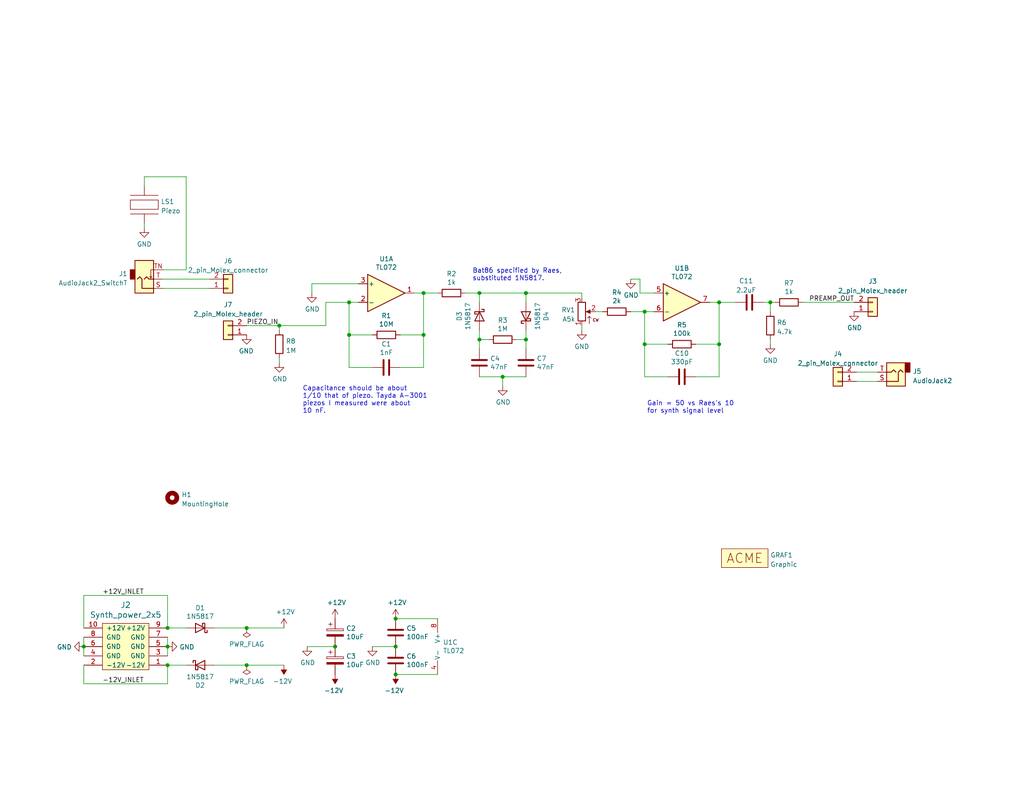
<source format=kicad_sch>
(kicad_sch (version 20211123) (generator eeschema)
  (paper "USLetter")
  (title_block (title "Mikrokosmos II") (date "2020-10-21") (company "Rich Holmes / Analog Output") (comment 1 "Based on piezo preamp by Godfried-Willem Raes"))
  (lib_symbols
    (symbol "Amplifier_Operational:TL072" (pin_names (offset 0.127))
      (property "Reference" "U" (at 0 5.08 0))
      (property "Value" "TL072" (at 0 -5.08 0))
      (symbol "TL072_1_1"
        (polyline (pts (xy -5.08 5.08) (xy 5.08 0) (xy -5.08 -5.08) (xy -5.08 5.08)) (stroke (width 0.254)) (fill (type background)))
        (pin output line (at 7.62 0 180) (length 2.54) (name "~") (number "1"))
        (pin input line (at -7.62 -2.54 0) (length 2.54) (name "-") (number "2"))
        (pin input line (at -7.62 2.54 0) (length 2.54) (name "+") (number "3"))
      )
      (symbol "TL072_2_1"
        (polyline (pts (xy -5.08 5.08) (xy 5.08 0) (xy -5.08 -5.08) (xy -5.08 5.08)) (stroke (width 0.254)) (fill (type background)))
        (pin input line (at -7.62 2.54 0) (length 2.54) (name "+") (number "5"))
        (pin input line (at -7.62 -2.54 0) (length 2.54) (name "-") (number "6"))
        (pin output line (at 7.62 0 180) (length 2.54) (name "~") (number "7"))
      )
      (symbol "TL072_3_1"
        (pin power_in line (at -2.54 -7.62 90) (length 3.81) (name "V-") (number "4"))
        (pin power_in line (at -2.54 7.62 270) (length 3.81) (name "V+") (number "8"))
      )
    )
    (symbol "Device:C" (pin_numbers hide) (pin_names (offset 0.254))
      (property "Reference" "C" (at 0.635 2.54 0))
      (property "Value" "C" (at 0.635 -2.54 0))
      (symbol "C_0_1"
        (polyline (pts (xy -2.032 -0.762) (xy 2.032 -0.762)) (stroke (width 0.508)))
        (polyline (pts (xy -2.032 0.762) (xy 2.032 0.762)) (stroke (width 0.508)))
      )
      (symbol "C_1_1"
        (pin passive line (at 0 3.81 270) (length 2.794) (name "~") (number "1"))
        (pin passive line (at 0 -3.81 90) (length 2.794) (name "~") (number "2"))
      )
    )
    (symbol "Device:D_Schottky" (pin_numbers hide) (pin_names (offset 1.016) hide)
      (property "Reference" "D" (at 0 2.54 0))
      (property "Value" "D_Schottky" (at 0 -2.54 0))
      (symbol "D_Schottky_0_1"
        (polyline (pts (xy 1.27 0) (xy -1.27 0)))
        (polyline (pts (xy 1.27 1.27) (xy 1.27 -1.27) (xy -1.27 0) (xy 1.27 1.27)) (stroke (width 0.254)))
        (polyline (pts (xy -1.905 0.635) (xy -1.905 1.27) (xy -1.27 1.27) (xy -1.27 -1.27) (xy -0.635 -1.27) (xy -0.635 -0.635)) (stroke (width 0.254)))
      )
      (symbol "D_Schottky_1_1"
        (pin passive line (at -3.81 0 0) (length 2.54) (name "K") (number "1"))
        (pin passive line (at 3.81 0 180) (length 2.54) (name "A") (number "2"))
      )
    )
    (symbol "Device:R" (pin_numbers hide) (pin_names (offset 0))
      (property "Reference" "R" (at 2.032 0 90))
      (property "Value" "R" (at 0 0 90))
      (symbol "R_0_1"
        (rectangle (start -1.016 -2.54) (end 1.016 2.54) (stroke (width 0.254)))
      )
      (symbol "R_1_1"
        (pin passive line (at 0 3.81 270) (length 1.27) (name "~") (number "1"))
        (pin passive line (at 0 -3.81 90) (length 1.27) (name "~") (number "2"))
      )
    )
    (symbol "ao_symbols:2_pin_Molex_connector" (pin_names (offset 1.016) hide) (on_board no)
      (property "Reference" "J" (at 0 2.54 0))
      (property "Value" "2_pin_Molex_connector" (at 0 -5.08 0))
      (symbol "2_pin_Molex_connector_1_1"
        (rectangle (start -1.27 -2.413) (end 0 -2.667) (stroke (width 0.1524)))
        (rectangle (start -1.27 0.127) (end 0 -0.127) (stroke (width 0.1524)))
        (rectangle (start -1.27 1.27) (end 1.27 -3.81) (stroke (width 0.254)) (fill (type background)))
        (pin passive line (at -5.08 0 0) (length 3.81) (name "Pin_1") (number "1"))
        (pin passive line (at -5.08 -2.54 0) (length 3.81) (name "Pin_2") (number "2"))
      )
    )
    (symbol "ao_symbols:2_pin_Molex_header" (pin_names (offset 1.016) hide)
      (property "Reference" "J" (at 0 2.54 0))
      (property "Value" "2_pin_Molex_header" (at 0 -5.08 0))
      (symbol "2_pin_Molex_header_1_1"
        (rectangle (start -1.27 -2.413) (end 0 -2.667) (stroke (width 0.1524)))
        (rectangle (start -1.27 0.127) (end 0 -0.127) (stroke (width 0.1524)))
        (rectangle (start -1.27 1.27) (end 1.27 -3.81) (stroke (width 0.254)) (fill (type background)))
        (pin passive line (at -5.08 0 0) (length 3.81) (name "Pin_1") (number "1"))
        (pin passive line (at -5.08 -2.54 0) (length 3.81) (name "Pin_2") (number "2"))
      )
    )
    (symbol "ao_symbols:AudioJack2"
      (property "Reference" "J" (at 0 8.89 0))
      (property "Value" "AudioJack2" (at 0 6.35 0))
      (symbol "AudioJack2_0_1"
        (rectangle (start -3.81 0) (end -2.54 -2.54) (stroke (width 0.254)) (fill (type outline)))
        (rectangle (start -2.54 3.81) (end 2.54 -2.54) (stroke (width 0.254)) (fill (type background)))
        (polyline (pts (xy 0 0) (xy 0.635 -0.635) (xy 1.27 0) (xy 2.54 0)) (stroke (width 0.254)))
        (polyline (pts (xy 2.54 2.54) (xy -0.635 2.54) (xy -0.635 0) (xy -1.27 -0.635) (xy -1.905 0)) (stroke (width 0.254)))
      )
      (symbol "AudioJack2_1_1"
        (pin passive line (at 5.08 2.54 180) (length 2.54) (name "~") (number "S"))
        (pin passive line (at 5.08 0 180) (length 2.54) (name "~") (number "T"))
      )
    )
    (symbol "ao_symbols:AudioJack2_SwitchT"
      (property "Reference" "J" (at 0 8.89 0))
      (property "Value" "AudioJack2_SwitchT" (at 0 6.35 0))
      (symbol "AudioJack2_SwitchT_0_1"
        (rectangle (start -2.54 0) (end -3.81 -2.54) (stroke (width 0.254)) (fill (type outline)))
        (polyline (pts (xy 1.778 -0.254) (xy 2.032 -0.762)))
        (polyline (pts (xy 0 0) (xy 0.635 -0.635) (xy 1.27 0) (xy 2.54 0)) (stroke (width 0.254)))
        (polyline (pts (xy 2.54 -2.54) (xy 1.778 -2.54) (xy 1.778 -0.254) (xy 1.524 -0.762)))
        (polyline (pts (xy 2.54 2.54) (xy -0.635 2.54) (xy -0.635 0) (xy -1.27 -0.635) (xy -1.905 0)) (stroke (width 0.254)))
        (rectangle (start 2.54 3.81) (end -2.54 -5.08) (stroke (width 0.254)) (fill (type background)))
      )
      (symbol "AudioJack2_SwitchT_1_1"
        (pin passive line (at 5.08 2.54 180) (length 2.54) (name "~") (number "S"))
        (pin passive line (at 5.08 0 180) (length 2.54) (name "~") (number "T"))
        (pin passive line (at 5.08 -2.54 180) (length 2.54) (name "~") (number "TN"))
      )
    )
    (symbol "ao_symbols:C" (pin_numbers hide) (pin_names (offset 0.254))
      (property "Reference" "C" (at 0.635 2.54 0))
      (property "Value" "C" (at 0.635 -2.54 0))
      (symbol "C_0_1"
        (polyline (pts (xy -2.032 -0.762) (xy 2.032 -0.762)) (stroke (width 0.508)))
        (polyline (pts (xy -2.032 0.762) (xy 2.032 0.762)) (stroke (width 0.508)))
      )
      (symbol "C_1_1"
        (pin passive line (at 0 3.81 270) (length 2.794) (name "~") (number "1"))
        (pin passive line (at 0 -3.81 90) (length 2.794) (name "~") (number "2"))
      )
    )
    (symbol "ao_symbols:CP" (pin_numbers hide) (pin_names (offset 0.254))
      (property "Reference" "C" (at 0.635 2.54 0))
      (property "Value" "CP" (at 0.635 -2.54 0))
      (symbol "CP_0_1"
        (rectangle (start -2.286 0.508) (end 2.286 1.016))
        (polyline (pts (xy -1.778 2.286) (xy -0.762 2.286)))
        (polyline (pts (xy -1.27 2.794) (xy -1.27 1.778)))
        (rectangle (start 2.286 -0.508) (end -2.286 -1.016) (fill (type outline)))
      )
      (symbol "CP_1_1"
        (pin passive line (at 0 3.81 270) (length 2.794) (name "~") (number "1"))
        (pin passive line (at 0 -3.81 90) (length 2.794) (name "~") (number "2"))
      )
    )
    (symbol "ao_symbols:Graphic" (pin_names (offset 1.016)) (in_bom no)
      (property "Reference" "GRAF" (at 0 -3.81 0))
      (property "Value" "Graphic" (at 0 3.81 0))
      (symbol "Graphic_0_0"
        (rectangle (start -6.35 2.54) (end 6.35 -2.54) (fill (type background)))
        (text "ACME" (at 0 0 0) (effects (font (size 2.54 2.54))))
      )
    )
    (symbol "ao_symbols:MountingHole" (pin_names (offset 1.016)) (in_bom no)
      (property "Reference" "H" (at 0 5.08 0))
      (property "Value" "MountingHole" (at 0 3.175 0))
      (symbol "MountingHole_0_1"
        (circle (center 0 0) (radius 1.27) (stroke (width 1.27)))
      )
    )
    (symbol "ao_symbols:R" (pin_numbers hide) (pin_names (offset 0))
      (property "Reference" "R" (at 2.032 0 90))
      (property "Value" "R" (at 0 0 90))
      (symbol "R_0_1"
        (rectangle (start -1.016 -2.54) (end 1.016 2.54) (stroke (width 0.254)))
      )
      (symbol "R_1_1"
        (pin passive line (at 0 3.81 270) (length 1.27) (name "~") (number "1"))
        (pin passive line (at 0 -3.81 90) (length 1.27) (name "~") (number "2"))
      )
    )
    (symbol "ao_symbols:R_POT" (pin_names (offset 1.016) hide)
      (property "Reference" "RV" (at -4.445 0 90))
      (property "Value" "R_POT" (at -2.54 0 90))
      (symbol "R_POT_0_0"
        (text "CW" (at 3.81 -2.286 0) (effects (font (size 0.762 0.762))))
      )
      (symbol "R_POT_0_1"
        (rectangle (start -1.016 2.54) (end 1.016 -2.54) (stroke (width 0.254)))
        (polyline (pts (xy 2.032 -3.302) (xy 2.032 -1.27)) (stroke (width 0.1524)))
        (polyline (pts (xy 2.54 0) (xy 1.524 0)))
        (polyline (pts (xy 2.54 -1.778) (xy 2.032 -1.27) (xy 1.524 -1.778)) (stroke (width 0.1524)))
        (polyline (pts (xy 1.143 0) (xy 2.286 -0.508) (xy 2.286 0.508) (xy 1.143 0)) (fill (type outline)))
      )
      (symbol "R_POT_1_1"
        (pin passive line (at 0 -3.81 90) (length 1.27) (name "1") (number "1"))
        (pin passive line (at 3.81 0 180) (length 1.27) (name "2") (number "2"))
        (pin passive line (at 0 3.81 270) (length 1.27) (name "3") (number "3"))
      )
    )
    (symbol "ao_symbols:Synth_power_2x5" (pin_names (offset 1.016))
      (property "Reference" "J" (at 0 -7.62 0))
      (property "Value" "Synth_power_2x5" (at 0 7.62 0))
      (symbol "Synth_power_2x5_0_1"
        (rectangle (start -6.35 6.35) (end 6.35 -6.35) (fill (type background)))
      )
      (symbol "Synth_power_2x5_1_1"
        (pin power_out line (at 11.43 -5.08 180) (length 5.08) (name "-12V") (number "1"))
        (pin passive line (at -11.43 5.08 0) (length 5.08) (name "+12V") (number "10"))
        (pin passive line (at -11.43 -5.08 0) (length 5.08) (name "-12V") (number "2"))
        (pin power_out line (at 11.43 -2.54 180) (length 5.08) (name "GND") (number "3"))
        (pin passive line (at -11.43 -2.54 0) (length 5.08) (name "GND") (number "4"))
        (pin passive line (at 11.43 0 180) (length 5.08) (name "GND") (number "5"))
        (pin passive line (at -11.43 0 0) (length 5.08) (name "GND") (number "6"))
        (pin passive line (at 11.43 2.54 180) (length 5.08) (name "GND") (number "7"))
        (pin passive line (at -11.43 2.54 0) (length 5.08) (name "GND") (number "8"))
        (pin power_out line (at 11.43 5.08 180) (length 5.08) (name "+12V") (number "9"))
      )
    )
    (symbol "mikrokosmos-ii:Piezo" (pin_numbers hide) (pin_names hide)
      (property "Reference" "LS" (at 7.62 1.27 0))
      (property "Value" "Piezo" (at 7.62 -1.27 0))
      (symbol "Piezo_0_1"
        (rectangle (start -3.81 1.27) (end 3.81 -1.27) (stroke (width 0.1524)))
        (polyline (pts (xy -3.81 -2.54) (xy 3.81 -2.54)) (stroke (width 0.1524)))
        (polyline (pts (xy -3.81 2.54) (xy 3.81 2.54)) (stroke (width 0.1524)))
      )
      (symbol "Piezo_1_1"
        (pin bidirectional line (at 0 5.08 270) (length 2.54) (name "") (number "1"))
        (pin power_in line (at 0 -5.08 90) (length 2.54) (name "") (number "2"))
      )
    )
    (symbol "power:+12V" (power) (pin_names (offset 0))
      (property "Value" "+12V" (at 0 3.556 0))
      (symbol "+12V_0_1"
        (polyline (pts (xy -0.762 1.27) (xy 0 2.54)))
        (polyline (pts (xy 0 0) (xy 0 2.54)))
        (polyline (pts (xy 0 2.54) (xy 0.762 1.27)))
      )
      (symbol "+12V_1_1"
        (pin power_in line (at 0 0 90) (length 0) hide (name "+12V") (number "1"))
      )
    )
    (symbol "power:-12V" (power) (pin_names (offset 0))
      (property "Value" "-12V" (at 0 3.81 0))
      (symbol "-12V_0_0"
        (pin power_in line (at 0 0 90) (length 0) hide (name "-12V") (number "1"))
      )
      (symbol "-12V_0_1"
        (polyline (pts (xy 0 0) (xy 0 1.27) (xy 0.762 1.27) (xy 0 2.54) (xy -0.762 1.27) (xy 0 1.27)) (fill (type outline)))
      )
    )
    (symbol "power:GND" (power) (pin_names (offset 0))
      (property "Value" "GND" (at 0 -3.81 0))
      (symbol "GND_0_1"
        (polyline (pts (xy 0 0) (xy 0 -1.27) (xy 1.27 -1.27) (xy 0 -2.54) (xy -1.27 -1.27) (xy 0 -1.27)))
      )
      (symbol "GND_1_1"
        (pin power_in line (at 0 0 270) (length 0) hide (name "GND") (number "1"))
      )
    )
    (symbol "power:PWR_FLAG" (power) (pin_numbers hide) (pin_names (offset 0) hide)
      (property "Value" "PWR_FLAG" (at 0 3.81 0))
      (symbol "PWR_FLAG_0_0"
        (pin power_out line (at 0 0 90) (length 0) (name "pwr") (number "1"))
      )
      (symbol "PWR_FLAG_0_1"
        (polyline (pts (xy 0 0) (xy 0 1.27) (xy -1.016 1.905) (xy 0 2.54) (xy 1.016 1.905) (xy 0 1.27)))
      )
    )
  )
  (junction (at 115.57 80.01))
  (junction (at 210.185 82.55))
  (junction (at 196.215 93.98))
  (junction (at 22.86 176.53))
  (junction (at 143.51 92.71))
  (junction (at 137.16 102.87))
  (junction (at 67.31 171.45))
  (junction (at 175.895 85.09))
  (junction (at 91.44 176.53))
  (junction (at 107.95 168.91))
  (junction (at 95.25 91.44))
  (junction (at 76.2 88.9))
  (junction (at 45.72 176.53))
  (junction (at 67.31 181.61))
  (junction (at 130.81 80.01))
  (junction (at 45.72 171.45))
  (junction (at 107.95 184.15))
  (junction (at 115.57 91.44))
  (junction (at 175.895 93.98))
  (junction (at 196.215 82.55))
  (junction (at 95.25 82.55))
  (junction (at 45.72 181.61))
  (junction (at 107.95 176.53))
  (junction (at 143.51 80.01))
  (junction (at 130.81 92.71))
  (wire (pts (xy 39.37 50.8) (xy 39.37 48.26)))
  (wire (pts (xy 233.68 101.6) (xy 239.395 101.6)))
  (wire (pts (xy 130.81 80.01) (xy 130.81 82.55)))
  (wire (pts (xy 22.86 176.53) (xy 22.86 179.07)))
  (wire (pts (xy 174.625 80.01) (xy 174.625 76.2)))
  (wire (pts (xy 22.86 173.99) (xy 22.86 176.53)))
  (wire (pts (xy 127 80.01) (xy 130.81 80.01)))
  (wire (pts (xy 88.9 82.55) (xy 95.25 82.55)))
  (wire (pts (xy 115.57 80.01) (xy 119.38 80.01)))
  (wire (pts (xy 45.72 162.56) (xy 45.72 171.45)))
  (wire (pts (xy 39.37 60.96) (xy 39.37 62.23)))
  (wire (pts (xy 67.31 171.45) (xy 77.47 171.45)))
  (wire (pts (xy 113.03 80.01) (xy 115.57 80.01)))
  (wire (pts (xy 85.09 77.47) (xy 97.79 77.47)))
  (wire (pts (xy 196.215 93.98) (xy 196.215 102.87)))
  (wire (pts (xy 115.57 91.44) (xy 115.57 100.33)))
  (wire (pts (xy 22.86 181.61) (xy 22.86 186.69)))
  (wire (pts (xy 175.895 85.09) (xy 175.895 93.98)))
  (wire (pts (xy 95.25 100.33) (xy 101.6 100.33)))
  (wire (pts (xy 95.25 82.55) (xy 97.79 82.55)))
  (wire (pts (xy 130.81 92.71) (xy 130.81 95.25)))
  (wire (pts (xy 143.51 90.17) (xy 143.51 92.71)))
  (wire (pts (xy 45.72 176.53) (xy 45.72 179.07)))
  (wire (pts (xy 158.75 88.9) (xy 158.75 90.17)))
  (wire (pts (xy 143.51 80.01) (xy 158.75 80.01)))
  (wire (pts (xy 208.28 82.55) (xy 210.185 82.55)))
  (wire (pts (xy 119.38 168.91) (xy 107.95 168.91)))
  (wire (pts (xy 210.185 93.98) (xy 210.185 92.71)))
  (wire (pts (xy 175.895 93.98) (xy 175.895 102.87)))
  (wire (pts (xy 172.085 85.09) (xy 175.895 85.09)))
  (wire (pts (xy 189.865 102.87) (xy 196.215 102.87)))
  (wire (pts (xy 162.56 85.09) (xy 164.465 85.09)))
  (wire (pts (xy 130.81 102.87) (xy 137.16 102.87)))
  (wire (pts (xy 76.2 88.9) (xy 76.2 90.17)))
  (wire (pts (xy 115.57 91.44) (xy 109.22 91.44)))
  (wire (pts (xy 158.75 80.01) (xy 158.75 81.28)))
  (wire (pts (xy 45.72 171.45) (xy 50.8 171.45)))
  (wire (pts (xy 50.8 48.26) (xy 50.8 73.66)))
  (wire (pts (xy 130.81 92.71) (xy 133.35 92.71)))
  (wire (pts (xy 115.57 80.01) (xy 115.57 91.44)))
  (wire (pts (xy 85.09 80.01) (xy 85.09 77.47)))
  (wire (pts (xy 193.675 82.55) (xy 196.215 82.55)))
  (wire (pts (xy 196.215 82.55) (xy 196.215 93.98)))
  (wire (pts (xy 76.2 88.9) (xy 88.9 88.9)))
  (wire (pts (xy 140.97 92.71) (xy 143.51 92.71)))
  (wire (pts (xy 95.25 91.44) (xy 101.6 91.44)))
  (wire (pts (xy 130.81 80.01) (xy 143.51 80.01)))
  (wire (pts (xy 101.6 176.53) (xy 107.95 176.53)))
  (wire (pts (xy 44.45 76.2) (xy 57.15 76.2)))
  (wire (pts (xy 130.81 90.17) (xy 130.81 92.71)))
  (wire (pts (xy 196.215 93.98) (xy 189.865 93.98)))
  (wire (pts (xy 175.895 102.87) (xy 182.245 102.87)))
  (wire (pts (xy 174.625 80.01) (xy 178.435 80.01)))
  (wire (pts (xy 175.895 85.09) (xy 178.435 85.09)))
  (wire (pts (xy 109.22 100.33) (xy 115.57 100.33)))
  (wire (pts (xy 219.075 82.55) (xy 233.045 82.55)))
  (wire (pts (xy 67.31 181.61) (xy 77.47 181.61)))
  (wire (pts (xy 45.72 186.69) (xy 45.72 181.61)))
  (wire (pts (xy 143.51 92.71) (xy 143.51 95.25)))
  (wire (pts (xy 95.25 91.44) (xy 95.25 82.55)))
  (wire (pts (xy 44.45 73.66) (xy 50.8 73.66)))
  (wire (pts (xy 39.37 48.26) (xy 50.8 48.26)))
  (wire (pts (xy 22.86 186.69) (xy 45.72 186.69)))
  (wire (pts (xy 22.86 171.45) (xy 22.86 162.56)))
  (wire (pts (xy 22.86 162.56) (xy 45.72 162.56)))
  (wire (pts (xy 143.51 80.01) (xy 143.51 82.55)))
  (wire (pts (xy 58.42 171.45) (xy 67.31 171.45)))
  (wire (pts (xy 137.16 102.87) (xy 137.16 105.41)))
  (wire (pts (xy 210.185 85.09) (xy 210.185 82.55)))
  (wire (pts (xy 83.82 176.53) (xy 91.44 176.53)))
  (wire (pts (xy 67.31 88.9) (xy 76.2 88.9)))
  (wire (pts (xy 233.68 104.14) (xy 239.395 104.14)))
  (wire (pts (xy 76.2 97.79) (xy 76.2 99.06)))
  (wire (pts (xy 58.42 181.61) (xy 67.31 181.61)))
  (wire (pts (xy 119.38 184.15) (xy 107.95 184.15)))
  (wire (pts (xy 174.625 76.2) (xy 172.085 76.2)))
  (wire (pts (xy 210.185 82.55) (xy 211.455 82.55)))
  (wire (pts (xy 137.16 102.87) (xy 143.51 102.87)))
  (wire (pts (xy 88.9 82.55) (xy 88.9 88.9)))
  (wire (pts (xy 95.25 91.44) (xy 95.25 100.33)))
  (wire (pts (xy 182.245 93.98) (xy 175.895 93.98)))
  (wire (pts (xy 44.45 78.74) (xy 57.15 78.74)))
  (wire (pts (xy 45.72 173.99) (xy 45.72 176.53)))
  (wire (pts (xy 45.72 181.61) (xy 50.8 181.61)))
  (wire (pts (xy 196.215 82.55) (xy 200.66 82.55)))
  (text "Bat86 specified by Raes,\nsubstituted 1N5817." (at 128.905 76.835 0) (effects (font (size 1.27 1.27)) (justify left bottom)))
  (text "Gain = 50 vs Raes's 10\nfor synth signal level" (at 176.53 113.03 0) (effects (font (size 1.27 1.27)) (justify left bottom)))
  (text "Capacitance should be about\n1/10 that of piezo. Tayda A-3001\npiezos I measured were about\n10 nF." (at 82.55 113.03 0) (effects (font (size 1.27 1.27)) (justify left bottom)))
  (label "-12V_INLET" (at 27.94 186.69 0))
  (label "PREAMP_OUT" (at 233.045 82.55 180))
  (label "+12V_INLET" (at 27.94 162.56 0))
  (label "PIEZO_IN" (at 67.31 88.9 0))
  (symbol (lib_id "ao_symbols:Synth_power_2x5") (at 34.29 176.53 0) (unit 1)
    (property "Reference" "J2" (at 34.29 165.1762 0) (effects (font (size 1.524 1.524))))
    (property "Value" "Synth_power_2x5" (at 34.29 167.8686 0) (effects (font (size 1.524 1.524))))
    (property "Footprint" "ao_tht:Power_Header" (effects hide))
  )
  (symbol (lib_id "Device:D_Schottky") (at 54.61 171.45 180) (unit 1)
    (property "Reference" "D1" (at 54.61 165.9636 0))
    (property "Value" "1N5817" (at 54.61 168.275 0))
    (property "Footprint" "ao_tht:D_DO-41_SOD81_P10.16mm_Horizontal" (effects hide))
  )
  (symbol (lib_id "ao_symbols:CP") (at 91.44 172.72 0) (unit 1)
    (property "Reference" "C2" (at 94.4372 171.5516 0) (effects (justify left)))
    (property "Value" "10uF" (at 94.4372 173.863 0) (effects (justify left)))
    (property "Footprint" "ao_tht:CP_Radial_D6.3mm_P2.50mm" (effects hide))
    (property "Vendor" "Tayda" (effects hide))
  )
  (symbol (lib_id "ao_symbols:CP") (at 91.44 180.34 0) (unit 1)
    (property "Reference" "C3" (at 94.4372 179.1716 0) (effects (justify left)))
    (property "Value" "10uF" (at 94.4372 181.483 0) (effects (justify left)))
    (property "Footprint" "ao_tht:CP_Radial_D6.3mm_P2.50mm" (effects hide))
    (property "Vendor" "Tayda" (effects hide))
  )
  (symbol (lib_id "power:GND") (at 83.82 176.53 0) (unit 1)
    (property "Reference" "#PWR07" (effects hide))
    (property "Value" "GND" (at 83.947 180.9242 0))
  )
  (symbol (lib_id "Device:C") (at 107.95 172.72 0) (unit 1)
    (property "Reference" "C5" (at 110.871 171.5516 0) (effects (justify left)))
    (property "Value" "100nF" (at 110.871 173.863 0) (effects (justify left)))
    (property "Footprint" "Capacitor_THT:C_Disc_D3.0mm_W1.6mm_P2.50mm" (effects hide))
  )
  (symbol (lib_id "Device:C") (at 107.95 180.34 0) (unit 1)
    (property "Reference" "C6" (at 110.871 179.1716 0) (effects (justify left)))
    (property "Value" "100nF" (at 110.871 181.483 0) (effects (justify left)))
    (property "Footprint" "Capacitor_THT:C_Disc_D3.0mm_W1.6mm_P2.50mm" (effects hide))
  )
  (symbol (lib_id "power:GND") (at 101.6 176.53 0) (unit 1)
    (property "Reference" "#PWR010" (effects hide))
    (property "Value" "GND" (at 101.727 180.9242 0))
  )
  (symbol (lib_id "power:GND") (at 22.86 176.53 270) (unit 1)
    (property "Reference" "#PWR01" (effects hide))
    (property "Value" "GND" (at 19.6088 176.657 90) (effects (justify right)))
  )
  (symbol (lib_id "power:GND") (at 45.72 176.53 90) (mirror x) (unit 1)
    (property "Reference" "#PWR03" (effects hide))
    (property "Value" "GND" (at 48.9712 176.657 90) (effects (justify right)))
  )
  (symbol (lib_id "power:+12V") (at 77.47 171.45 0) (unit 1)
    (property "Reference" "#PWR05" (effects hide))
    (property "Value" "+12V" (at 77.851 167.0558 0))
  )
  (symbol (lib_id "power:+12V") (at 91.44 168.91 0) (unit 1)
    (property "Reference" "#PWR08" (effects hide))
    (property "Value" "+12V" (at 91.821 164.5158 0))
  )
  (symbol (lib_id "power:+12V") (at 107.95 168.91 0) (unit 1)
    (property "Reference" "#PWR012" (effects hide))
    (property "Value" "+12V" (at 108.331 164.5158 0))
  )
  (symbol (lib_id "power:-12V") (at 77.47 181.61 180) (unit 1)
    (property "Reference" "#PWR06" (effects hide))
    (property "Value" "-12V" (at 77.089 186.0042 0))
  )
  (symbol (lib_id "power:-12V") (at 91.44 184.15 180) (unit 1)
    (property "Reference" "#PWR09" (effects hide))
    (property "Value" "-12V" (at 91.059 188.5442 0))
  )
  (symbol (lib_id "power:-12V") (at 107.95 184.15 180) (unit 1)
    (property "Reference" "#PWR013" (effects hide))
    (property "Value" "-12V" (at 107.569 188.5442 0))
  )
  (symbol (lib_id "Device:D_Schottky") (at 54.61 181.61 0) (unit 1)
    (property "Reference" "D2" (at 54.61 187.0964 0))
    (property "Value" "1N5817" (at 54.61 184.785 0))
    (property "Footprint" "ao_tht:D_DO-41_SOD81_P10.16mm_Horizontal" (effects hide))
  )
  (symbol (lib_id "Amplifier_Operational:TL072") (at 105.41 80.01 0) (unit 1)
    (property "Reference" "U1" (at 105.41 70.6882 0))
    (property "Value" "TL072" (at 105.41 72.9996 0))
    (property "Footprint" "ao_tht:DIP-8_W7.62mm_Socket_LongPads" (effects hide))
    (property "Datasheet" "http://www.ti.com/lit/ds/symlink/tl071.pdf" (effects hide))
  )
  (symbol (lib_id "power:GND") (at 85.09 80.01 0) (unit 1)
    (property "Reference" "#PWR04" (effects hide))
    (property "Value" "GND" (at 85.217 84.4042 0))
  )
  (symbol (lib_id "Device:R") (at 105.41 91.44 270) (unit 1)
    (property "Reference" "R1" (at 105.41 86.1822 90))
    (property "Value" "10M" (at 105.41 88.4936 90))
    (property "Footprint" "ao_tht:R_Axial_DIN0207_L6.3mm_D2.5mm_P10.16mm_Horizontal" (effects hide))
  )
  (symbol (lib_id "Device:C") (at 105.41 100.33 270) (unit 1)
    (property "Reference" "C1" (at 105.41 93.9292 90))
    (property "Value" "1nF" (at 105.41 96.2406 90))
    (property "Footprint" "ao_tht:C_Rect_L7.2mm_W2.5mm_P5.00mm_FKS2_FKP2_MKS2_MKP2" (effects hide))
  )
  (symbol (lib_id "Device:R") (at 123.19 80.01 270) (unit 1)
    (property "Reference" "R2" (at 123.19 74.7522 90))
    (property "Value" "1k" (at 123.19 77.0636 90))
    (property "Footprint" "ao_tht:R_Axial_DIN0207_L6.3mm_D2.5mm_P10.16mm_Horizontal" (effects hide))
  )
  (symbol (lib_id "Device:D_Schottky") (at 143.51 86.36 90) (unit 1)
    (property "Reference" "D4" (at 148.9964 86.36 0))
    (property "Value" "1N5817" (at 146.685 86.36 0))
    (property "Footprint" "ao_tht:D_DO-41_SOD81_P10.16mm_Horizontal" (effects hide))
  )
  (symbol (lib_id "Device:D_Schottky") (at 130.81 86.36 270) (unit 1)
    (property "Reference" "D3" (at 125.3236 86.36 0))
    (property "Value" "1N5817" (at 127.635 86.36 0))
    (property "Footprint" "ao_tht:D_DO-41_SOD81_P10.16mm_Horizontal" (effects hide))
  )
  (symbol (lib_id "Device:R") (at 137.16 92.71 270) (unit 1)
    (property "Reference" "R3" (at 137.16 87.4522 90))
    (property "Value" "1M" (at 137.16 89.7636 90))
    (property "Footprint" "ao_tht:R_Axial_DIN0207_L6.3mm_D2.5mm_P10.16mm_Horizontal" (effects hide))
  )
  (symbol (lib_id "Device:C") (at 130.81 99.06 0) (unit 1)
    (property "Reference" "C4" (at 133.731 97.8916 0) (effects (justify left)))
    (property "Value" "47nF" (at 133.731 100.203 0) (effects (justify left)))
    (property "Footprint" "ao_tht:C_Rect_L7.2mm_W2.5mm_P5.00mm_FKS2_FKP2_MKS2_MKP2" (effects hide))
  )
  (symbol (lib_id "Device:C") (at 143.51 99.06 0) (unit 1)
    (property "Reference" "C7" (at 146.431 97.8916 0) (effects (justify left)))
    (property "Value" "47nF" (at 146.431 100.203 0) (effects (justify left)))
    (property "Footprint" "ao_tht:C_Rect_L7.2mm_W2.5mm_P5.00mm_FKS2_FKP2_MKS2_MKP2" (effects hide))
  )
  (symbol (lib_id "power:GND") (at 137.16 105.41 0) (unit 1)
    (property "Reference" "#PWR011" (effects hide))
    (property "Value" "GND" (at 137.287 109.8042 0))
  )
  (symbol (lib_id "Device:R") (at 168.275 85.09 270) (unit 1)
    (property "Reference" "R4" (at 168.275 79.8322 90))
    (property "Value" "2k" (at 168.275 82.1436 90))
    (property "Footprint" "ao_tht:R_Axial_DIN0207_L6.3mm_D2.5mm_P10.16mm_Horizontal" (effects hide))
  )
  (symbol (lib_id "Amplifier_Operational:TL072") (at 186.055 82.55 0) (unit 2)
    (property "Reference" "U1" (at 186.055 73.2282 0))
    (property "Value" "TL072" (at 186.055 75.5396 0))
    (property "Footprint" "ao_tht:DIP-8_W7.62mm_Socket_LongPads" (effects hide))
    (property "Datasheet" "http://www.ti.com/lit/ds/symlink/tl071.pdf" (effects hide))
  )
  (symbol (lib_id "power:GND") (at 172.085 76.2 0) (unit 1)
    (property "Reference" "#PWR018" (effects hide))
    (property "Value" "GND" (at 172.212 80.5942 0))
  )
  (symbol (lib_id "Device:C") (at 186.055 102.87 270) (unit 1)
    (property "Reference" "C10" (at 186.055 96.4692 90))
    (property "Value" "330pF" (at 186.055 98.7806 90))
    (property "Footprint" "ao_tht:C_Disc_D5.0mm_W2.5mm_P5.00mm" (effects hide))
  )
  (symbol (lib_id "Device:R") (at 186.055 93.98 270) (unit 1)
    (property "Reference" "R5" (at 186.055 88.7222 90))
    (property "Value" "100k" (at 186.055 91.0336 90))
    (property "Footprint" "ao_tht:R_Axial_DIN0207_L6.3mm_D2.5mm_P10.16mm_Horizontal" (effects hide))
  )
  (symbol (lib_id "Device:R") (at 215.265 82.55 270) (unit 1)
    (property "Reference" "R7" (at 215.265 77.2922 90))
    (property "Value" "1k" (at 215.265 79.6036 90))
    (property "Footprint" "ao_tht:R_Axial_DIN0207_L6.3mm_D2.5mm_P10.16mm_Horizontal" (effects hide))
  )
  (symbol (lib_id "Amplifier_Operational:TL072") (at 121.92 176.53 0) (unit 3)
    (property "Reference" "U1" (at 120.8532 175.3616 0) (effects (justify left)))
    (property "Value" "TL072" (at 120.8532 177.673 0) (effects (justify left)))
    (property "Footprint" "ao_tht:DIP-8_W7.62mm_Socket_LongPads" (effects hide))
    (property "Datasheet" "http://www.ti.com/lit/ds/symlink/tl071.pdf" (effects hide))
  )
  (symbol (lib_id "power:GND") (at 233.045 85.09 0) (unit 1)
    (property "Reference" "#PWR020" (effects hide))
    (property "Value" "GND" (at 233.172 89.4842 0))
  )
  (symbol (lib_id "ao_symbols:MountingHole") (at 46.99 135.89 0) (unit 1) (in_bom no)
    (property "Reference" "H1" (at 49.53 135.0553 0) (effects (justify left)))
    (property "Value" "MountingHole" (at 49.53 137.5922 0) (effects (justify left)))
    (property "Footprint" "ao_tht:MountingHole_3.2mm_M3" (effects hide))
    (property "Config" "DNF" (effects hide))
  )
  (symbol (lib_id "power:GND") (at 76.2 99.06 0) (unit 1)
    (property "Reference" "#PWR016" (effects hide))
    (property "Value" "GND" (at 76.327 103.4542 0))
  )
  (symbol (lib_id "ao_symbols:2_pin_Molex_header") (at 62.23 91.44 180) (unit 1)
    (property "Reference" "J7" (at 62.23 83.185 0))
    (property "Value" "2_pin_Molex_header" (at 62.23 85.7219 0))
    (property "Footprint" "ao_tht:Molex_KK-254_AE-6410-02A_1x02_P2.54mm_Vertical" (effects hide))
    (property "Vendor" "Tayda" (effects hide))
    (property "SKU" "A-804" (effects hide))
  )
  (symbol (lib_id "ao_symbols:2_pin_Molex_header") (at 238.125 85.09 0) (mirror x) (unit 1)
    (property "Reference" "J3" (at 238.125 76.835 0))
    (property "Value" "2_pin_Molex_header" (at 238.125 79.3719 0))
    (property "Footprint" "ao_tht:Molex_KK-254_AE-6410-02A_1x02_P2.54mm_Vertical" (effects hide))
    (property "Vendor" "Tayda" (effects hide))
    (property "SKU" "A-804" (effects hide))
  )
  (symbol (lib_id "power:PWR_FLAG") (at 67.31 181.61 180) (unit 1)
    (property "Reference" "#FLG02" (effects hide))
    (property "Value" "PWR_FLAG" (at 67.31 186.0534 0))
  )
  (symbol (lib_id "mikrokosmos-ii:Piezo") (at 39.37 55.88 0) (unit 1) (on_board no)
    (property "Reference" "LS1" (at 43.8912 55.0453 0) (effects (justify left)))
    (property "Value" "Piezo" (at 43.8912 57.5822 0) (effects (justify left)))
  )
  (symbol (lib_id "ao_symbols:AudioJack2") (at 244.475 101.6 180) (unit 1) (on_board no)
    (property "Reference" "J5" (at 249.047 101.4003 0) (effects (justify right)))
    (property "Value" "AudioJack2" (at 249.047 103.9372 0) (effects (justify right)))
    (property "Footprint" "ao_tht:Jack_6.35mm_PJ_629HAN_slots" (effects hide))
    (property "Vendor" "Tayda" (effects hide))
    (property "SKU" "A-1121" (effects hide))
  )
  (symbol (lib_id "ao_symbols:R") (at 210.185 88.9 0) (unit 1)
    (property "Reference" "R6" (at 211.963 88.0653 0) (effects (justify left)))
    (property "Value" "4.7k" (at 211.963 90.6022 0) (effects (justify left)))
    (property "Footprint" "ao_tht:R_Axial_DIN0207_L6.3mm_D2.5mm_P10.16mm_Horizontal" (effects hide))
    (property "Vendor" "Tayda" (effects hide))
  )
  (symbol (lib_id "ao_symbols:Graphic") (at 203.2 152.4 0) (unit 1) (in_bom no)
    (property "Reference" "GRAF1" (at 210.185 151.5653 0) (effects (justify left)))
    (property "Value" "Graphic" (at 210.185 154.1022 0) (effects (justify left)))
    (property "Footprint" "mikrokosmos-ii:mikrokosmos-ii_panel_holes" (effects hide))
    (property "Config" "DNF" (effects hide))
  )
  (symbol (lib_id "ao_symbols:2_pin_Molex_connector") (at 228.6 104.14 180) (unit 1) (on_board no)
    (property "Reference" "J4" (at 228.6 96.6302 0))
    (property "Value" "2_pin_Molex_connector" (at 228.6 99.1671 0))
    (property "Footprint" "ao_tht:Molex_KK-254_AE-6410-02A_1x02_P2.54mm_Vertical" (effects hide))
    (property "Vendor" "Tayda" (effects hide))
    (property "SKU" "A-826" (effects hide))
  )
  (symbol (lib_id "power:GND") (at 158.75 90.17 0) (unit 1)
    (property "Reference" "#PWR014" (effects hide))
    (property "Value" "GND" (at 158.75 94.6134 0))
  )
  (symbol (lib_id "ao_symbols:C") (at 204.47 82.55 90) (unit 1)
    (property "Reference" "C11" (at 203.581 76.6912 90))
    (property "Value" "2.2uF" (at 203.581 79.2281 90))
    (property "Footprint" "ao_tht:C_Radial_D5.0mm_H11.0mm_P2.00mm" (effects hide))
    (property "Vendor" "Tayda" (effects hide))
  )
  (symbol (lib_id "ao_symbols:2_pin_Molex_connector") (at 62.23 78.74 0) (mirror x) (unit 1) (on_board no)
    (property "Reference" "J6" (at 62.23 71.2302 0))
    (property "Value" "2_pin_Molex_connector" (at 62.23 73.7671 0))
    (property "Footprint" "ao_tht:Molex_KK-254_AE-6410-02A_1x02_P2.54mm_Vertical" (effects hide))
    (property "Vendor" "Tayda" (effects hide))
    (property "SKU" "A-826" (effects hide))
  )
  (symbol (lib_id "ao_symbols:R") (at 76.2 93.98 0) (unit 1)
    (property "Reference" "R8" (at 77.978 93.1453 0) (effects (justify left)))
    (property "Value" "1M" (at 77.978 95.6822 0) (effects (justify left)))
    (property "Footprint" "ao_tht:R_Axial_DIN0207_L6.3mm_D2.5mm_P10.16mm_Horizontal" (effects hide))
    (property "Vendor" "Tayda" (effects hide))
  )
  (symbol (lib_id "power:PWR_FLAG") (at 67.31 171.45 180) (unit 1)
    (property "Reference" "#FLG01" (effects hide))
    (property "Value" "PWR_FLAG" (at 67.31 175.8934 0))
  )
  (symbol (lib_id "ao_symbols:AudioJack2_SwitchT") (at 39.37 76.2 0) (mirror x) (unit 1) (on_board no)
    (property "Reference" "J1" (at 34.7981 74.7303 0) (effects (justify right)))
    (property "Value" "AudioJack2_SwitchT" (at 34.7981 77.2672 0) (effects (justify right)))
    (property "Footprint" "ao_tht:Jack_6.35mm_PJ_629HAN_slots" (effects hide))
    (property "Vendor" "Tayda" (effects hide))
    (property "SKU" "A-1121" (effects hide))
  )
  (symbol (lib_id "power:GND") (at 210.185 93.98 0) (unit 1)
    (property "Reference" "#PWR019" (effects hide))
    (property "Value" "GND" (at 210.185 98.4234 0))
  )
  (symbol (lib_id "power:GND") (at 67.31 91.44 0) (mirror y) (unit 1)
    (property "Reference" "#PWR015" (effects hide))
    (property "Value" "GND" (at 67.183 95.8342 0))
  )
  (symbol (lib_id "ao_symbols:R_POT") (at 158.75 85.09 0) (unit 1)
    (property "Reference" "RV1" (at 156.972 84.6109 0) (effects (justify right)))
    (property "Value" "A5k" (at 156.972 87.1478 0) (effects (justify right)))
    (property "Footprint" "ao_tht:Potentiometer_Alpha_16mm_Single_Vertical" (effects hide))
    (property "Vendor" "Tayda" (effects hide))
  )
  (symbol (lib_id "power:GND") (at 39.37 62.23 0) (unit 1)
    (property "Reference" "#PWR02" (effects hide))
    (property "Value" "GND" (at 39.37 66.6734 0))
  )
)
</source>
